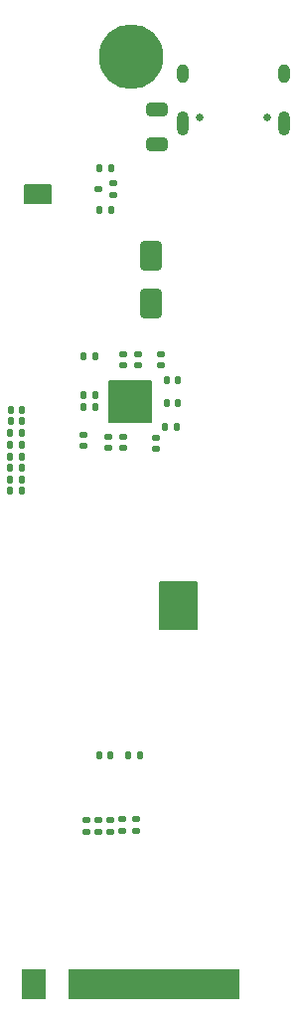
<source format=gbr>
%TF.GenerationSoftware,KiCad,Pcbnew,9.0.7*%
%TF.CreationDate,2026-02-28T14:28:49+01:00*%
%TF.ProjectId,BladeCore-M54E,426c6164-6543-46f7-9265-2d4d3534452e,rev?*%
%TF.SameCoordinates,Original*%
%TF.FileFunction,Soldermask,Bot*%
%TF.FilePolarity,Negative*%
%FSLAX46Y46*%
G04 Gerber Fmt 4.6, Leading zero omitted, Abs format (unit mm)*
G04 Created by KiCad (PCBNEW 9.0.7) date 2026-02-28 14:28:49*
%MOMM*%
%LPD*%
G01*
G04 APERTURE LIST*
G04 Aperture macros list*
%AMRoundRect*
0 Rectangle with rounded corners*
0 $1 Rounding radius*
0 $2 $3 $4 $5 $6 $7 $8 $9 X,Y pos of 4 corners*
0 Add a 4 corners polygon primitive as box body*
4,1,4,$2,$3,$4,$5,$6,$7,$8,$9,$2,$3,0*
0 Add four circle primitives for the rounded corners*
1,1,$1+$1,$2,$3*
1,1,$1+$1,$4,$5*
1,1,$1+$1,$6,$7*
1,1,$1+$1,$8,$9*
0 Add four rect primitives between the rounded corners*
20,1,$1+$1,$2,$3,$4,$5,0*
20,1,$1+$1,$4,$5,$6,$7,0*
20,1,$1+$1,$6,$7,$8,$9,0*
20,1,$1+$1,$8,$9,$2,$3,0*%
G04 Aperture macros list end*
%ADD10C,0.150000*%
%ADD11C,0.650000*%
%ADD12O,1.000000X2.100000*%
%ADD13O,1.000000X1.600000*%
%ADD14RoundRect,0.050000X-0.175000X-1.250000X0.175000X-1.250000X0.175000X1.250000X-0.175000X1.250000X0*%
%ADD15C,5.500000*%
%ADD16C,0.425000*%
%ADD17RoundRect,0.135000X0.185000X-0.135000X0.185000X0.135000X-0.185000X0.135000X-0.185000X-0.135000X0*%
%ADD18RoundRect,0.140000X-0.170000X0.140000X-0.170000X-0.140000X0.170000X-0.140000X0.170000X0.140000X0*%
%ADD19RoundRect,0.140000X0.170000X-0.140000X0.170000X0.140000X-0.170000X0.140000X-0.170000X-0.140000X0*%
%ADD20RoundRect,0.140000X-0.140000X-0.170000X0.140000X-0.170000X0.140000X0.170000X-0.140000X0.170000X0*%
%ADD21RoundRect,0.140000X0.140000X0.170000X-0.140000X0.170000X-0.140000X-0.170000X0.140000X-0.170000X0*%
%ADD22RoundRect,0.125000X0.175000X0.125000X-0.175000X0.125000X-0.175000X-0.125000X0.175000X-0.125000X0*%
%ADD23RoundRect,0.135000X-0.135000X-0.185000X0.135000X-0.185000X0.135000X0.185000X-0.135000X0.185000X0*%
%ADD24RoundRect,0.135000X-0.185000X0.135000X-0.185000X-0.135000X0.185000X-0.135000X0.185000X0.135000X0*%
%ADD25RoundRect,0.250000X-0.650000X0.325000X-0.650000X-0.325000X0.650000X-0.325000X0.650000X0.325000X0*%
%ADD26RoundRect,0.250000X-0.650000X1.000000X-0.650000X-1.000000X0.650000X-1.000000X0.650000X1.000000X0*%
G04 APERTURE END LIST*
D10*
X12900000Y53150000D02*
X16400000Y53150000D01*
X16400000Y49700000D01*
X12900000Y49700000D01*
X12900000Y53150000D01*
G36*
X12900000Y53150000D02*
G01*
X16400000Y53150000D01*
X16400000Y49700000D01*
X12900000Y49700000D01*
X12900000Y53150000D01*
G37*
X17150000Y36100000D02*
X20300000Y36100000D01*
X20300000Y32050000D01*
X17150000Y32050000D01*
X17150000Y36100000D01*
G36*
X17150000Y36100000D02*
G01*
X20300000Y36100000D01*
X20300000Y32050000D01*
X17150000Y32050000D01*
X17150000Y36100000D01*
G37*
X5650000Y69850000D02*
X7850000Y69850000D01*
X7850000Y68350000D01*
X5650000Y68350000D01*
X5650000Y69850000D01*
G36*
X5650000Y69850000D02*
G01*
X7850000Y69850000D01*
X7850000Y68350000D01*
X5650000Y68350000D01*
X5650000Y69850000D01*
G37*
D11*
%TO.C,J3*%
X26365000Y75620000D03*
X20585000Y75620000D03*
D12*
X27795000Y75120000D03*
D13*
X27795000Y79300000D03*
D12*
X19155000Y75120000D03*
D13*
X19155000Y79300000D03*
%TD*%
D14*
%TO.C,J1*%
X23675000Y1850000D03*
X23175000Y1850000D03*
X22675000Y1850000D03*
X22175000Y1850000D03*
X21675000Y1850000D03*
X21175000Y1850000D03*
X20675000Y1850000D03*
X20175000Y1850000D03*
X19675000Y1850000D03*
X19175000Y1850000D03*
X18675000Y1850000D03*
X18175000Y1850000D03*
X17675000Y1850000D03*
X17175000Y1850000D03*
X16675000Y1850000D03*
X16175000Y1850000D03*
X15675000Y1850000D03*
X15175000Y1850000D03*
X14675000Y1850000D03*
X14175000Y1850000D03*
X13675000Y1850000D03*
X13175000Y1850000D03*
X12675000Y1850000D03*
X12175000Y1850000D03*
X11675000Y1850000D03*
X11175000Y1850000D03*
X10675000Y1850000D03*
X10175000Y1850000D03*
X9675000Y1850000D03*
X7175000Y1850000D03*
X6675000Y1850000D03*
X6175000Y1850000D03*
X5675000Y1850000D03*
D15*
X14721447Y80770000D03*
%TD*%
D16*
%TO.C,IC1*%
X15529212Y50595788D03*
X15529212Y51445788D03*
X15529212Y52295788D03*
X14679212Y50595788D03*
X14679212Y51445788D03*
X14679212Y52295788D03*
X13829212Y50595788D03*
X13829212Y51445788D03*
X13829212Y52295788D03*
%TD*%
D17*
%TO.C,R48*%
X12970000Y14850000D03*
X12970000Y15870000D03*
%TD*%
D18*
%TO.C,C14*%
X14079212Y55470788D03*
X14079212Y54510788D03*
%TD*%
%TO.C,C4*%
X15304212Y55470788D03*
X15304212Y54510788D03*
%TD*%
%TO.C,C3*%
X17304212Y55445788D03*
X17304212Y54485788D03*
%TD*%
D19*
%TO.C,C8*%
X10679212Y47640788D03*
X10679212Y48600788D03*
%TD*%
D20*
%TO.C,C7*%
X10694212Y51945788D03*
X11654212Y51945788D03*
%TD*%
%TO.C,C5*%
X10699212Y55245788D03*
X11659212Y55245788D03*
%TD*%
D17*
%TO.C,R49*%
X13970000Y14860000D03*
X13970000Y15880000D03*
%TD*%
D20*
%TO.C,C15*%
X10694212Y50995788D03*
X11654212Y50995788D03*
%TD*%
D21*
%TO.C,C31*%
X5404212Y44820788D03*
X4444212Y44820788D03*
%TD*%
%TO.C,C27*%
X5409212Y48770788D03*
X4449212Y48770788D03*
%TD*%
D22*
%TO.C,D1*%
X13200000Y70000000D03*
X13200000Y69000000D03*
X11900000Y69500000D03*
%TD*%
D19*
%TO.C,C9*%
X14079212Y47465788D03*
X14079212Y48425788D03*
%TD*%
D23*
%TO.C,R18*%
X12060000Y67730000D03*
X13080000Y67730000D03*
%TD*%
D21*
%TO.C,C32*%
X5404212Y43845788D03*
X4444212Y43845788D03*
%TD*%
D24*
%TO.C,R38*%
X10950000Y15870000D03*
X10950000Y14850000D03*
%TD*%
D21*
%TO.C,C1*%
X18589212Y49270788D03*
X17629212Y49270788D03*
%TD*%
D18*
%TO.C,C37*%
X15190000Y15880000D03*
X15190000Y14920000D03*
%TD*%
D25*
%TO.C,C59*%
X16950000Y76275000D03*
X16950000Y73325000D03*
%TD*%
D26*
%TO.C,D8*%
X16400000Y63800000D03*
X16400000Y59800000D03*
%TD*%
D20*
%TO.C,C43*%
X14520000Y21350000D03*
X15480000Y21350000D03*
%TD*%
D21*
%TO.C,C13*%
X18734212Y51270788D03*
X17774212Y51270788D03*
%TD*%
%TO.C,C2*%
X18734212Y53245788D03*
X17774212Y53245788D03*
%TD*%
D24*
%TO.C,R37*%
X11960000Y15870000D03*
X11960000Y14850000D03*
%TD*%
D21*
%TO.C,C30*%
X5409212Y45795788D03*
X4449212Y45795788D03*
%TD*%
D23*
%TO.C,R17*%
X12050000Y71260000D03*
X13070000Y71260000D03*
%TD*%
D21*
%TO.C,C26*%
X5429212Y49745788D03*
X4469212Y49745788D03*
%TD*%
D19*
%TO.C,C16*%
X12754212Y47465788D03*
X12754212Y48425788D03*
%TD*%
D21*
%TO.C,C25*%
X5429212Y50720788D03*
X4469212Y50720788D03*
%TD*%
D19*
%TO.C,C10*%
X16879212Y47390788D03*
X16879212Y48350788D03*
%TD*%
D21*
%TO.C,C28*%
X5404212Y47770788D03*
X4444212Y47770788D03*
%TD*%
%TO.C,C29*%
X5404212Y46770788D03*
X4444212Y46770788D03*
%TD*%
%TO.C,C48*%
X12980000Y21350000D03*
X12020000Y21350000D03*
%TD*%
M02*

</source>
